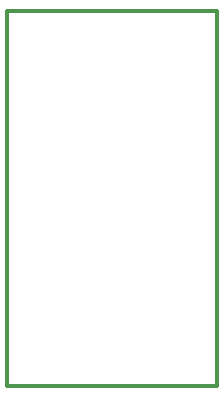
<source format=gbr>
G04 DesignSpark PCB Gerber Version 9.0 Build 5115 *
G04 #@! TF.Part,Single*
%FSLAX35Y35*%
%MOIN*%
%ADD27C,0.01200*%
X0Y0D02*
D02*
D27*
X15250Y139996D02*
X85250D01*
Y14996*
X15250*
Y139996*
X0Y0D02*
M02*

</source>
